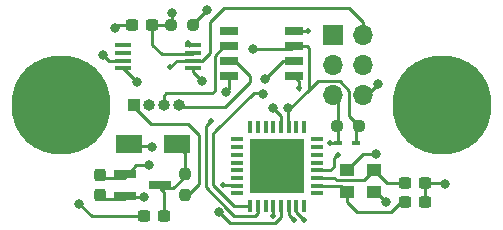
<source format=gbr>
%TF.GenerationSoftware,KiCad,Pcbnew,(5.99.0-8996-g10442b98df)*%
%TF.CreationDate,2021-04-19T08:50:07+01:00*%
%TF.ProjectId,CANduino,43414e64-7569-46e6-9f2e-6b696361645f,rev?*%
%TF.SameCoordinates,Original*%
%TF.FileFunction,Copper,L1,Top*%
%TF.FilePolarity,Positive*%
%FSLAX46Y46*%
G04 Gerber Fmt 4.6, Leading zero omitted, Abs format (unit mm)*
G04 Created by KiCad (PCBNEW (5.99.0-8996-g10442b98df)) date 2021-04-19 08:50:07*
%MOMM*%
%LPD*%
G01*
G04 APERTURE LIST*
G04 Aperture macros list*
%AMRoundRect*
0 Rectangle with rounded corners*
0 $1 Rounding radius*
0 $2 $3 $4 $5 $6 $7 $8 $9 X,Y pos of 4 corners*
0 Add a 4 corners polygon primitive as box body*
4,1,4,$2,$3,$4,$5,$6,$7,$8,$9,$2,$3,0*
0 Add four circle primitives for the rounded corners*
1,1,$1+$1,$2,$3*
1,1,$1+$1,$4,$5*
1,1,$1+$1,$6,$7*
1,1,$1+$1,$8,$9*
0 Add four rect primitives between the rounded corners*
20,1,$1+$1,$2,$3,$4,$5,0*
20,1,$1+$1,$4,$5,$6,$7,0*
20,1,$1+$1,$6,$7,$8,$9,0*
20,1,$1+$1,$8,$9,$2,$3,0*%
G04 Aperture macros list end*
%TA.AperFunction,SMDPad,CuDef*%
%ADD10R,1.300000X1.100000*%
%TD*%
%TA.AperFunction,SMDPad,CuDef*%
%ADD11R,0.640000X0.420000*%
%TD*%
%TA.AperFunction,SMDPad,CuDef*%
%ADD12RoundRect,0.237500X-0.250000X-0.237500X0.250000X-0.237500X0.250000X0.237500X-0.250000X0.237500X0*%
%TD*%
%TA.AperFunction,ComponentPad*%
%ADD13O,1.700000X1.700000*%
%TD*%
%TA.AperFunction,ComponentPad*%
%ADD14R,1.700000X1.700000*%
%TD*%
%TA.AperFunction,SMDPad,CuDef*%
%ADD15R,4.600000X4.600000*%
%TD*%
%TA.AperFunction,SMDPad,CuDef*%
%ADD16R,1.050000X0.350000*%
%TD*%
%TA.AperFunction,SMDPad,CuDef*%
%ADD17R,0.350000X1.050000*%
%TD*%
%TA.AperFunction,SMDPad,CuDef*%
%ADD18RoundRect,0.237500X-0.300000X-0.237500X0.300000X-0.237500X0.300000X0.237500X-0.300000X0.237500X0*%
%TD*%
%TA.AperFunction,SMDPad,CuDef*%
%ADD19RoundRect,0.237500X0.237500X-0.250000X0.237500X0.250000X-0.237500X0.250000X-0.237500X-0.250000X0*%
%TD*%
%TA.AperFunction,ComponentPad*%
%ADD20C,8.382000*%
%TD*%
%TA.AperFunction,ComponentPad*%
%ADD21R,1.000000X1.000000*%
%TD*%
%TA.AperFunction,ComponentPad*%
%ADD22O,1.000000X1.000000*%
%TD*%
%TA.AperFunction,SMDPad,CuDef*%
%ADD23R,1.550000X0.700000*%
%TD*%
%TA.AperFunction,SMDPad,CuDef*%
%ADD24R,1.900000X0.800000*%
%TD*%
%TA.AperFunction,SMDPad,CuDef*%
%ADD25RoundRect,0.237500X0.237500X-0.300000X0.237500X0.300000X-0.237500X0.300000X-0.237500X-0.300000X0*%
%TD*%
%TA.AperFunction,SMDPad,CuDef*%
%ADD26RoundRect,0.237500X0.300000X0.237500X-0.300000X0.237500X-0.300000X-0.237500X0.300000X-0.237500X0*%
%TD*%
%TA.AperFunction,SMDPad,CuDef*%
%ADD27R,1.475000X0.450000*%
%TD*%
%TA.AperFunction,SMDPad,CuDef*%
%ADD28R,2.200000X1.550000*%
%TD*%
%TA.AperFunction,ViaPad*%
%ADD29C,0.508000*%
%TD*%
%TA.AperFunction,ViaPad*%
%ADD30C,0.800000*%
%TD*%
%TA.AperFunction,Conductor*%
%ADD31C,0.250000*%
%TD*%
G04 APERTURE END LIST*
D10*
%TO.P,Y1,4,GND_2*%
%TO.N,GND*%
X175750002Y-115149996D03*
%TO.P,Y1,3,OUT/IN*%
%TO.N,/mcu/OSC_2*%
X178050002Y-115149996D03*
%TO.P,Y1,2,GND_1*%
%TO.N,GND*%
X178050002Y-117049996D03*
%TO.P,Y1,1,IN/OUT*%
%TO.N,/mcu/OSC_1*%
X175750002Y-117049996D03*
%TD*%
D11*
%TO.P,Z1,2*%
%TO.N,/mcu/RESET*%
X175000000Y-112875000D03*
%TO.P,Z1,1*%
%TO.N,+5V*%
X176500000Y-112875000D03*
%TD*%
D12*
%TO.P,R4,2*%
%TO.N,+5V*%
X176712500Y-111425000D03*
%TO.P,R4,1*%
%TO.N,/mcu/RESET*%
X174887500Y-111425000D03*
%TD*%
D13*
%TO.P,J1,6,Pin_6*%
%TO.N,GND*%
X177065000Y-108805000D03*
%TO.P,J1,5,Pin_5*%
%TO.N,/mcu/RESET*%
X174525000Y-108805000D03*
%TO.P,J1,4,Pin_4*%
%TO.N,/mcu/ICSP_MOSI*%
X177065000Y-106265000D03*
%TO.P,J1,3,Pin_3*%
%TO.N,/mcu/ICSP_SCK*%
X174525000Y-106265000D03*
%TO.P,J1,2,Pin_2*%
%TO.N,5V_USB*%
X177065000Y-103725000D03*
D14*
%TO.P,J1,1,Pin_1*%
%TO.N,/mcu/ICSP_MISO*%
X174525000Y-103725000D03*
%TD*%
D15*
%TO.P,H1,33,TER*%
%TO.N,unconnected-(H1-Pad33)*%
X169799991Y-114850012D03*
D16*
%TO.P,H1,32,PD1*%
%TO.N,unconnected-(H1-Pad32)*%
X166449991Y-117125012D03*
%TO.P,H1,31,PE0*%
%TO.N,/mcu/RESET*%
X166449991Y-116475012D03*
%TO.P,H1,30,PC0*%
%TO.N,unconnected-(H1-Pad30)*%
X166449991Y-115825012D03*
%TO.P,H1,29,PD0*%
%TO.N,unconnected-(H1-Pad29)*%
X166449991Y-115175012D03*
%TO.P,H1,28,PB7*%
%TO.N,unconnected-(H1-Pad28)*%
X166449991Y-114525012D03*
%TO.P,H1,27,PB6*%
%TO.N,unconnected-(H1-Pad27)*%
X166449991Y-113875012D03*
%TO.P,H1,26,PB5*%
%TO.N,unconnected-(H1-Pad26)*%
X166449991Y-113225012D03*
%TO.P,H1,25,PC7*%
%TO.N,unconnected-(H1-Pad25)*%
X166449991Y-112575012D03*
D17*
%TO.P,H1,24,PB4*%
%TO.N,unconnected-(H1-Pad24)*%
X167524991Y-111500012D03*
%TO.P,H1,23,PB3*%
%TO.N,unconnected-(H1-Pad23)*%
X168174991Y-111500012D03*
%TO.P,H1,22,PC6*%
%TO.N,unconnected-(H1-Pad22)*%
X168824991Y-111500012D03*
%TO.P,H1,21,AREF*%
%TO.N,unconnected-(H1-Pad21)*%
X169474991Y-111500012D03*
%TO.P,H1,20,AGND*%
%TO.N,GND*%
X170124991Y-111500012D03*
%TO.P,H1,19,AVCC*%
%TO.N,+5V*%
X170774991Y-111500012D03*
%TO.P,H1,18,PC5*%
%TO.N,unconnected-(H1-Pad18)*%
X171424991Y-111500012D03*
%TO.P,H1,17,PC4*%
%TO.N,unconnected-(H1-Pad17)*%
X172074991Y-111500012D03*
D16*
%TO.P,H1,16,PB2*%
%TO.N,unconnected-(H1-Pad16)*%
X173149991Y-112575012D03*
%TO.P,H1,15,PD7*%
%TO.N,unconnected-(H1-Pad15)*%
X173149991Y-113225012D03*
%TO.P,H1,14,PD6*%
%TO.N,unconnected-(H1-Pad14)*%
X173149991Y-113875012D03*
%TO.P,H1,13,PD5*%
%TO.N,unconnected-(H1-Pad13)*%
X173149991Y-114525012D03*
%TO.P,H1,12,PD4*%
%TO.N,/mcu/ICSP_SCK*%
X173149991Y-115175012D03*
%TO.P,H1,11,PE2*%
%TO.N,/mcu/OSC_2*%
X173149991Y-115825012D03*
%TO.P,H1,10,PE1*%
%TO.N,/mcu/OSC_1*%
X173149991Y-116475012D03*
%TO.P,H1,9,PB1*%
%TO.N,unconnected-(H1-Pad9)*%
X173149991Y-117125012D03*
D17*
%TO.P,H1,8,PB0*%
%TO.N,unconnected-(H1-Pad8)*%
X172074991Y-118200012D03*
%TO.P,H1,7,PC3*%
%TO.N,/mcu/RXCAN*%
X171424991Y-118200012D03*
%TO.P,H1,6,PC2*%
%TO.N,/mcu/TXCAN*%
X170774991Y-118200012D03*
%TO.P,H1,5,GND*%
%TO.N,GND*%
X170124991Y-118200012D03*
%TO.P,H1,4,VCC*%
%TO.N,+5V*%
X169474991Y-118200012D03*
%TO.P,H1,3,PC1*%
%TO.N,unconnected-(H1-Pad3)*%
X168824991Y-118200012D03*
%TO.P,H1,2,PD3*%
%TO.N,/mcu/ICSP_MOSI*%
X168174991Y-118200012D03*
%TO.P,H1,1,PD2*%
%TO.N,/mcu/ICSP_MISO*%
X167524991Y-118200012D03*
%TD*%
D18*
%TO.P,C11,2*%
%TO.N,GND*%
X182362500Y-116250000D03*
%TO.P,C11,1*%
%TO.N,/mcu/OSC_2*%
X180637500Y-116250000D03*
%TD*%
%TO.P,C7,2*%
%TO.N,GND*%
X182362500Y-117850000D03*
%TO.P,C7,1*%
%TO.N,/mcu/OSC_1*%
X180637500Y-117850000D03*
%TD*%
D19*
%TO.P,R1,1*%
%TO.N,+12V*%
X162025000Y-117312500D03*
%TO.P,R1,2*%
%TO.N,Net-(C1-Pad1)*%
X162025000Y-115487500D03*
%TD*%
D20*
%TO.P,H3,1*%
%TO.N,N/C*%
X183750001Y-109649895D03*
%TD*%
D21*
%TO.P,J2,1,Pin_1*%
%TO.N,+12V*%
X157690000Y-109675000D03*
D22*
%TO.P,J2,2,Pin_2*%
%TO.N,GND*%
X158960000Y-109675000D03*
%TO.P,J2,3,Pin_3*%
%TO.N,CANL*%
X160230000Y-109675000D03*
%TO.P,J2,4,Pin_4*%
%TO.N,CANH*%
X161500000Y-109675000D03*
%TD*%
D23*
%TO.P,IC4,1,TXD*%
%TO.N,/mcu/TXCAN*%
X171224993Y-107204993D03*
%TO.P,IC4,2,GND*%
%TO.N,GND*%
X171224993Y-105934993D03*
%TO.P,IC4,3,VCC*%
%TO.N,+5V*%
X171224993Y-104664993D03*
%TO.P,IC4,4,RXD*%
%TO.N,/mcu/RXCAN*%
X171224993Y-103394993D03*
%TO.P,IC4,5,VREF*%
%TO.N,unconnected-(IC4-Pad5)*%
X165774993Y-103394993D03*
%TO.P,IC4,6,CANL*%
%TO.N,CANL*%
X165774993Y-104664993D03*
%TO.P,IC4,7,CANH*%
%TO.N,CANH*%
X165774993Y-105934993D03*
%TO.P,IC4,8,S*%
%TO.N,GND*%
X165774993Y-107204993D03*
%TD*%
D24*
%TO.P,U1,1,GND*%
%TO.N,GND*%
X156925007Y-115500008D03*
%TO.P,U1,2,VOUT*%
%TO.N,5V_CAR*%
X156925007Y-117400008D03*
%TO.P,U1,3,VIN*%
%TO.N,Net-(C1-Pad1)*%
X159925007Y-116450008D03*
%TD*%
D25*
%TO.P,C2,1*%
%TO.N,5V_CAR*%
X154825000Y-117312500D03*
%TO.P,C2,2*%
%TO.N,GND*%
X154825000Y-115587500D03*
%TD*%
D26*
%TO.P,C1,1*%
%TO.N,Net-(C1-Pad1)*%
X160252500Y-119050000D03*
%TO.P,C1,2*%
%TO.N,GND*%
X158527500Y-119050000D03*
%TD*%
%TO.P,C5,1*%
%TO.N,+5V*%
X159237500Y-102925000D03*
%TO.P,C5,2*%
%TO.N,GND*%
X157512500Y-102925000D03*
%TD*%
D27*
%TO.P,IC1,1,STAT*%
%TO.N,unconnected-(IC1-Pad1)*%
X156797000Y-104600000D03*
%TO.P,IC1,2,D0*%
%TO.N,unconnected-(IC1-Pad2)*%
X156797000Y-105250000D03*
%TO.P,IC1,3,D1*%
%TO.N,GND*%
X156797000Y-105900000D03*
%TO.P,IC1,4,ILIM*%
%TO.N,Net-(IC1-Pad4)*%
X156797000Y-106550000D03*
%TO.P,IC1,5,GND*%
%TO.N,GND*%
X162673000Y-106550000D03*
%TO.P,IC1,6,IN2*%
%TO.N,5V_USB*%
X162673000Y-105900000D03*
%TO.P,IC1,7,OUT*%
%TO.N,+5V*%
X162673000Y-105250000D03*
%TO.P,IC1,8,IN1*%
%TO.N,5V_CAR*%
X162673000Y-104600000D03*
%TD*%
D28*
%TO.P,D1,1*%
%TO.N,GND*%
X157225000Y-112950000D03*
%TO.P,D1,2*%
%TO.N,Net-(C1-Pad1)*%
X161325000Y-112950000D03*
%TD*%
D12*
%TO.P,R3,1*%
%TO.N,+5V*%
X160862500Y-102925000D03*
%TO.P,R3,2*%
%TO.N,GND*%
X162687500Y-102925000D03*
%TD*%
D20*
%TO.P,H2,1*%
%TO.N,N/C*%
X151550693Y-109649898D03*
%TD*%
D29*
%TO.N,/mcu/ICSP_MOSI*%
X164175008Y-111049994D03*
D30*
%TO.N,/mcu/ICSP_MISO*%
X168588339Y-108713339D03*
D29*
%TO.N,/mcu/ICSP_SCK*%
X175000006Y-113900001D03*
D30*
%TO.N,5V_CAR*%
X158550000Y-117425000D03*
%TO.N,GND*%
X153050000Y-118000000D03*
D29*
%TO.N,/mcu/TXCAN*%
X171675000Y-108250000D03*
%TO.N,/mcu/RXCAN*%
X172425004Y-103350009D03*
%TO.N,/mcu/RESET*%
X165200000Y-116400000D03*
X174300007Y-112900003D03*
D30*
%TO.N,GND*%
X163900000Y-101625000D03*
D29*
%TO.N,5V_USB*%
X160749996Y-106474997D03*
%TO.N,5V_CAR*%
X162275000Y-104425000D03*
D30*
%TO.N,+5V*%
X160925000Y-101825000D03*
%TO.N,Net-(IC1-Pad4)*%
X157975000Y-107700000D03*
%TO.N,GND*%
X156075000Y-103175000D03*
X155100000Y-105450000D03*
X163425000Y-107600000D03*
%TO.N,+5V*%
X167775000Y-104925000D03*
%TO.N,GND*%
X168775000Y-107475000D03*
X165500000Y-108525000D03*
X159200000Y-113225000D03*
X159000000Y-114775000D03*
X164875000Y-118725000D03*
D29*
%TO.N,/mcu/RXCAN*%
X172125005Y-119425009D03*
%TO.N,/mcu/TXCAN*%
X171226429Y-119421580D03*
D30*
%TO.N,GND*%
X169450000Y-109950000D03*
D29*
%TO.N,+5V*%
X169425010Y-119050003D03*
D30*
X170725000Y-109950000D03*
%TO.N,GND*%
X179025000Y-117900000D03*
X184000000Y-116375000D03*
X178200000Y-113825000D03*
X178375000Y-107875000D03*
%TD*%
D31*
%TO.N,GND*%
X164875000Y-118725000D02*
X165800000Y-119650000D01*
X165800000Y-119650000D02*
X169650000Y-119650000D01*
X169650000Y-119650000D02*
X170125000Y-119175000D01*
X170125000Y-119175000D02*
X170125000Y-118200000D01*
%TO.N,/mcu/ICSP_MOSI*%
X163750000Y-111475000D02*
X163750000Y-116572486D01*
X164175000Y-111050000D02*
X163750000Y-111475000D01*
X163750000Y-116572486D02*
X165600011Y-118422497D01*
X165600011Y-118475011D02*
X166175011Y-119050011D01*
X165600011Y-118422497D02*
X165600011Y-118475011D01*
X166175011Y-119050011D02*
X167960009Y-119050011D01*
X167960009Y-119050011D02*
X168175000Y-118835020D01*
X168175000Y-118835020D02*
X168175000Y-118200000D01*
%TO.N,/mcu/ICSP_MISO*%
X167525000Y-118200000D02*
X166143245Y-118200000D01*
X166143245Y-118200000D02*
X164350000Y-116406755D01*
X164350000Y-116406755D02*
X164350000Y-112100000D01*
X164650000Y-111797848D02*
X167822848Y-108625000D01*
X164350000Y-112100000D02*
X164650000Y-111800000D01*
X167822848Y-108625000D02*
X168500000Y-108625000D01*
X164650000Y-111800000D02*
X164650000Y-111797848D01*
X168500000Y-108625000D02*
X168588339Y-108713339D01*
%TO.N,+5V*%
X172500000Y-108356732D02*
X173226743Y-107629989D01*
X173226743Y-107629989D02*
X175089006Y-107629989D01*
X175089006Y-107629989D02*
X175889989Y-108430972D01*
X175889989Y-108430972D02*
X175889989Y-110602489D01*
X175889989Y-110602489D02*
X176712500Y-111425000D01*
%TO.N,/mcu/ICSP_SCK*%
X173150000Y-115175000D02*
X174300000Y-115175000D01*
X174300000Y-115175000D02*
X174600000Y-114875000D01*
X174600000Y-114875000D02*
X174600000Y-114175000D01*
X174600000Y-114175000D02*
X174875000Y-113900000D01*
X174875000Y-113900000D02*
X175000000Y-113900000D01*
%TO.N,+5V*%
X172500000Y-104830000D02*
X172335000Y-104665000D01*
X172335000Y-104665000D02*
X171225000Y-104665000D01*
X170725000Y-109950000D02*
X170906732Y-109950000D01*
X170906732Y-109950000D02*
X172500000Y-108356732D01*
X172500000Y-108356732D02*
X172500000Y-104830000D01*
%TO.N,5V_CAR*%
X158550000Y-117425000D02*
X156950000Y-117425000D01*
X156950000Y-117425000D02*
X156925000Y-117400000D01*
%TO.N,GND*%
X154100000Y-119050000D02*
X153050000Y-118000000D01*
X158527500Y-119050000D02*
X154100000Y-119050000D01*
%TO.N,/mcu/TXCAN*%
X171674985Y-108399985D02*
X171674985Y-107654985D01*
X171674985Y-107654985D02*
X171225000Y-107205000D01*
%TO.N,/mcu/RXCAN*%
X172425000Y-103350000D02*
X171270000Y-103350000D01*
X171270000Y-103350000D02*
X171225000Y-103395000D01*
%TO.N,/mcu/RESET*%
X165175000Y-116450000D02*
X166425000Y-116450000D01*
X166425000Y-116450000D02*
X166450000Y-116475000D01*
X174325000Y-112875000D02*
X174300000Y-112900000D01*
X175000000Y-112875000D02*
X174325000Y-112875000D01*
%TO.N,GND*%
X162687500Y-102837500D02*
X163900000Y-101625000D01*
X162687500Y-102925000D02*
X162687500Y-102837500D01*
%TO.N,5V_USB*%
X160750000Y-106475000D02*
X161325000Y-105900000D01*
X161325000Y-105900000D02*
X162673000Y-105900000D01*
%TO.N,5V_CAR*%
X162673000Y-104600000D02*
X162356798Y-104600000D01*
X162356798Y-104600000D02*
X162335000Y-104621798D01*
%TO.N,5V_USB*%
X163463556Y-105900000D02*
X162673000Y-105900000D01*
X164100000Y-105263556D02*
X163463556Y-105900000D01*
X164925000Y-101850000D02*
X164850000Y-101850000D01*
X165300000Y-101475000D02*
X164925000Y-101850000D01*
X164100000Y-102600000D02*
X164100000Y-105263556D01*
X175925000Y-101475000D02*
X165300000Y-101475000D01*
X177065000Y-102615000D02*
X175925000Y-101475000D01*
X164850000Y-101850000D02*
X164100000Y-102600000D01*
X177065000Y-103725000D02*
X177065000Y-102615000D01*
%TO.N,+5V*%
X160925000Y-101825000D02*
X160925000Y-102862500D01*
X160925000Y-102862500D02*
X160862500Y-102925000D01*
%TO.N,Net-(IC1-Pad4)*%
X157975000Y-107700000D02*
X157947000Y-107700000D01*
X157947000Y-107700000D02*
X156797000Y-106550000D01*
%TO.N,+5V*%
X159237500Y-104537500D02*
X160050000Y-105350000D01*
X159237500Y-102925000D02*
X159237500Y-104537500D01*
X160050000Y-105350000D02*
X162573000Y-105350000D01*
X162573000Y-105350000D02*
X162673000Y-105250000D01*
X159237500Y-102925000D02*
X160862500Y-102925000D01*
%TO.N,GND*%
X156325000Y-102925000D02*
X156075000Y-103175000D01*
X157512500Y-102925000D02*
X156325000Y-102925000D01*
X155550000Y-105900000D02*
X155100000Y-105450000D01*
X156797000Y-105900000D02*
X155550000Y-105900000D01*
X162673000Y-106848000D02*
X163425000Y-107600000D01*
X162673000Y-106550000D02*
X162673000Y-106848000D01*
%TO.N,+5V*%
X167775000Y-104925000D02*
X170965000Y-104925000D01*
X170965000Y-104925000D02*
X171225000Y-104665000D01*
%TO.N,GND*%
X170315000Y-105935000D02*
X168775000Y-107475000D01*
X171225000Y-105935000D02*
X170315000Y-105935000D01*
X165775000Y-108250000D02*
X165500000Y-108525000D01*
X165775000Y-107205000D02*
X165775000Y-108250000D01*
%TO.N,CANL*%
X164325000Y-108675000D02*
X160425000Y-108675000D01*
X164525000Y-108475000D02*
X164325000Y-108675000D01*
X165775000Y-104665000D02*
X165334980Y-104665000D01*
X165334980Y-104665000D02*
X164525000Y-105474980D01*
X164525000Y-105474980D02*
X164525000Y-108475000D01*
X160425000Y-108675000D02*
X160230000Y-108870000D01*
X160230000Y-108870000D02*
X160230000Y-109800000D01*
%TO.N,CANH*%
X165375000Y-109800000D02*
X167500000Y-107675000D01*
X161500000Y-109800000D02*
X165375000Y-109800000D01*
X167500000Y-107675000D02*
X167500000Y-107219980D01*
X167500000Y-107219980D02*
X166215020Y-105935000D01*
X166215020Y-105935000D02*
X165775000Y-105935000D01*
%TO.N,+12V*%
X157690000Y-109800000D02*
X159140000Y-111250000D01*
X159140000Y-111250000D02*
X162250000Y-111250000D01*
X162250000Y-111250000D02*
X163200000Y-112200000D01*
X163200000Y-112200000D02*
X163200000Y-116352500D01*
X163200000Y-116352500D02*
X161990000Y-117562500D01*
%TO.N,Net-(C1-Pad1)*%
X161990000Y-115737500D02*
X161990000Y-113750000D01*
X161990000Y-113750000D02*
X161340000Y-113100000D01*
%TO.N,GND*%
X159075000Y-113100000D02*
X159200000Y-113225000D01*
X157240000Y-113100000D02*
X159075000Y-113100000D01*
X157865000Y-114775000D02*
X159000000Y-114775000D01*
X156890000Y-115750000D02*
X157865000Y-114775000D01*
X154790000Y-115837500D02*
X156802500Y-115837500D01*
X156802500Y-115837500D02*
X156890000Y-115750000D01*
%TO.N,5V_CAR*%
X156890000Y-117650000D02*
X154877500Y-117650000D01*
X154877500Y-117650000D02*
X154790000Y-117562500D01*
%TO.N,Net-(C1-Pad1)*%
X159890000Y-116700000D02*
X161027500Y-116700000D01*
X161027500Y-116700000D02*
X161990000Y-115737500D01*
X160252500Y-119300000D02*
X160252500Y-117062500D01*
X160252500Y-117062500D02*
X159890000Y-116700000D01*
%TO.N,/mcu/RXCAN*%
X171425000Y-118725000D02*
X172125000Y-119425000D01*
X171425000Y-118200000D02*
X171425000Y-118725000D01*
%TO.N,/mcu/TXCAN*%
X170775000Y-118970148D02*
X171226424Y-119421572D01*
X170775000Y-118200000D02*
X170775000Y-118970148D01*
%TO.N,+5V*%
X169475000Y-118200000D02*
X169475000Y-119000000D01*
X169475000Y-119000000D02*
X169425000Y-119050000D01*
%TO.N,GND*%
X170125000Y-110625000D02*
X169450000Y-109950000D01*
X170125000Y-111500000D02*
X170125000Y-110625000D01*
%TO.N,+5V*%
X170725000Y-109950000D02*
X170725000Y-111450000D01*
X170725000Y-111450000D02*
X170775000Y-111500000D01*
%TO.N,/mcu/OSC_1*%
X180637500Y-117850000D02*
X180325000Y-117850000D01*
X180325000Y-117850000D02*
X179475000Y-118700000D01*
X179475000Y-118700000D02*
X176600000Y-118700000D01*
X176600000Y-118700000D02*
X175750000Y-117850000D01*
X175750000Y-117850000D02*
X175750000Y-117050000D01*
%TO.N,GND*%
X178175000Y-117050000D02*
X179025000Y-117900000D01*
X178050000Y-117050000D02*
X178175000Y-117050000D01*
X183875000Y-116250000D02*
X184000000Y-116375000D01*
X182362500Y-116250000D02*
X183875000Y-116250000D01*
X182362500Y-117850000D02*
X182362500Y-116250000D01*
%TO.N,/mcu/OSC_2*%
X180637500Y-116250000D02*
X179150000Y-116250000D01*
X179150000Y-116250000D02*
X178050000Y-115150000D01*
%TO.N,GND*%
X177075000Y-113825000D02*
X178200000Y-113825000D01*
X175750000Y-115150000D02*
X177075000Y-113825000D01*
%TO.N,/mcu/OSC_1*%
X173150000Y-116475000D02*
X173150031Y-116475031D01*
X173150031Y-116475031D02*
X175175031Y-116475031D01*
X175175031Y-116475031D02*
X175750000Y-117050000D01*
%TO.N,/mcu/OSC_2*%
X173150000Y-115825000D02*
X174639980Y-115825000D01*
X174639980Y-115825000D02*
X174839991Y-116025011D01*
X174839991Y-116025011D02*
X177174989Y-116025011D01*
X177174989Y-116025011D02*
X178050000Y-115150000D01*
%TO.N,/mcu/OSC_1*%
X175750000Y-117050000D02*
X175650000Y-116950000D01*
%TO.N,GND*%
X178050000Y-117050000D02*
X178050000Y-117150000D01*
X175750000Y-115150000D02*
X175750000Y-114925000D01*
X177445000Y-108805000D02*
X178375000Y-107875000D01*
X177065000Y-108805000D02*
X177445000Y-108805000D01*
%TO.N,+5V*%
X176500000Y-112875000D02*
X176500000Y-111637500D01*
X176500000Y-111637500D02*
X176712500Y-111425000D01*
%TO.N,/mcu/RESET*%
X175000000Y-112875000D02*
X175000000Y-109280000D01*
X175000000Y-109280000D02*
X174525000Y-108805000D01*
%TD*%
M02*

</source>
